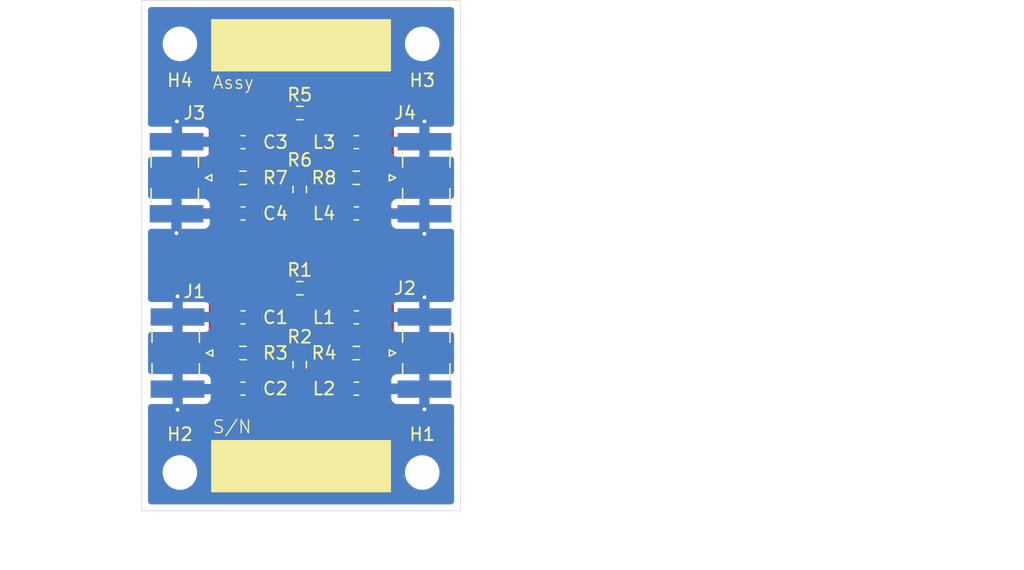
<source format=kicad_pcb>
(kicad_pcb (version 20240108) (generator "pcbnew") (generator_version "8.0")
  (title_block (title "Filtro de preenfasis") (date "2025-01-06") (rev "v1.0") (company "Cotti Nicolas Gabriel") (comment 1 "ncotti@frba.utn.edu.ar"))
  (layers (0 "F.Cu" signal) (31 "B.Cu" signal) (34 "B.Paste" user) (35 "F.Paste" user) (36 "B.SilkS" user "B.Silkscreen") (37 "F.SilkS" user "F.Silkscreen") (38 "B.Mask" user) (39 "F.Mask" user) (44 "Edge.Cuts" user))
  (net 0 "")
  (net 1 "Net-(J1-In)")
  (net 2 "Net-(C1-Pad2)")
  (net 3 "Net-(C2-Pad2)")
  (net 4 "Net-(J1-Ext)")
  (net 5 "Net-(J2-In)")
  (net 6 "Net-(R2-Pad1)")
  (net 7 "Net-(J3-In)")
  (net 8 "Net-(C3-Pad2)")
  (net 9 "Net-(C4-Pad2)")
  (net 10 "Net-(J4-In)")
  (net 11 "Net-(R6-Pad1)")
  (footprint "Inductor_SMD:L_0603_1608Metric_Pad1.05x0.95mm_HandSolder" (layer "F.Cu") (at 116.84 90.424)
    (property "Reference" "L2" (at -2.54 0 0) (layer "F.SilkS"))
    (property "Value" "150nH")
    (fp_line (start -0.171267 -0.51) (end 0.171267 -0.51) (stroke (width 0.12)) (layer "F.SilkS"))
    (fp_line (start -0.171267 0.51) (end 0.171267 0.51) (stroke (width 0.12)) (layer "F.SilkS"))
    (pad "1" smd roundrect (at -0.875 0) (size 1.05 0.95) (layers "F.Cu" "F.Paste" "F.Mask") (net 3 "Net-(C2-Pad2)"))
    (pad "2" smd roundrect (at 0.875 0) (size 1.05 0.95) (layers "F.Cu" "F.Paste" "F.Mask") (net 4 "Net-(J1-Ext)"))
  )
  (footprint "Resistor_SMD:R_0603_1608Metric_Pad0.98x0.95mm_HandSolder" (layer "F.Cu") (at 107.95 73.8905)
    (property "Reference" "R7" (at 2.54 0 0) (layer "F.SilkS"))
    (property "Value" "49.9R")
    (fp_line (start -0.254724 -0.5225) (end 0.254724 -0.5225) (stroke (width 0.12)) (layer "F.SilkS"))
    (fp_line (start -0.254724 0.5225) (end 0.254724 0.5225) (stroke (width 0.12)) (layer "F.SilkS"))
    (pad "1" smd roundrect (at -0.9125 0) (size 0.975 0.95) (layers "F.Cu" "F.Paste" "F.Mask") (net 7 "Net-(J3-In)"))
    (pad "2" smd roundrect (at 0.9125 0) (size 0.975 0.95) (layers "F.Cu" "F.Paste" "F.Mask") (net 11 "Net-(R6-Pad1)"))
  )
  (footprint "MountingHole:MountingHole_2.2mm_M2_ISO7380" (layer "F.Cu") (at 122 63.3905)
    (property "Reference" "H3" (at 0 2.8595 0) (layer "F.SilkS"))
    (property "Value" "M2")
    (pad "" np_thru_hole circle (at 0 0) (size 2.2 2.2) (drill 2.2) (layers "*.Cu" "*.Mask"))
  )
  (footprint "Inductor_SMD:L_0603_1608Metric_Pad1.05x0.95mm_HandSolder" (layer "F.Cu") (at 116.84 84.836)
    (property "Reference" "L1" (at -2.54 0 0) (layer "F.SilkS"))
    (property "Value" "150nH")
    (fp_line (start -0.171267 -0.51) (end 0.171267 -0.51) (stroke (width 0.12)) (layer "F.SilkS"))
    (fp_line (start -0.171267 0.51) (end 0.171267 0.51) (stroke (width 0.12)) (layer "F.SilkS"))
    (pad "1" smd roundrect (at -0.875 0) (size 1.05 0.95) (layers "F.Cu" "F.Paste" "F.Mask") (net 2 "Net-(C1-Pad2)"))
    (pad "2" smd roundrect (at 0.875 0) (size 1.05 0.95) (layers "F.Cu" "F.Paste" "F.Mask") (net 5 "Net-(J2-In)"))
  )
  (footprint "Resistor_SMD:R_0603_1608Metric_Pad0.98x0.95mm_HandSolder" (layer "F.Cu") (at 116.84 73.8905)
    (property "Reference" "R8" (at -2.54 0 0) (layer "F.SilkS"))
    (property "Value" "49.9R")
    (fp_line (start -0.254724 -0.5225) (end 0.254724 -0.5225) (stroke (width 0.12)) (layer "F.SilkS"))
    (fp_line (start -0.254724 0.5225) (end 0.254724 0.5225) (stroke (width 0.12)) (layer "F.SilkS"))
    (pad "1" smd roundrect (at -0.9125 0) (size 0.975 0.95) (layers "F.Cu" "F.Paste" "F.Mask") (net 11 "Net-(R6-Pad1)"))
    (pad "2" smd roundrect (at 0.9125 0) (size 0.975 0.95) (layers "F.Cu" "F.Paste" "F.Mask") (net 10 "Net-(J4-In)"))
  )
  (footprint "Resistor_SMD:R_0603_1608Metric_Pad0.98x0.95mm_HandSolder" (layer "F.Cu") (at 116.84 87.63)
    (property "Reference" "R4" (at -2.54 0 0) (layer "F.SilkS"))
    (property "Value" "49.9R")
    (fp_line (start -0.254724 -0.5225) (end 0.254724 -0.5225) (stroke (width 0.12)) (layer "F.SilkS"))
    (fp_line (start -0.254724 0.5225) (end 0.254724 0.5225) (stroke (width 0.12)) (layer "F.SilkS"))
    (pad "1" smd roundrect (at -0.9125 0) (size 0.975 0.95) (layers "F.Cu" "F.Paste" "F.Mask") (net 6 "Net-(R2-Pad1)"))
    (pad "2" smd roundrect (at 0.9125 0) (size 0.975 0.95) (layers "F.Cu" "F.Paste" "F.Mask") (net 5 "Net-(J2-In)"))
  )
  (footprint "Resistor_SMD:R_0603_1608Metric_Pad0.98x0.95mm_HandSolder" (layer "F.Cu") (at 112.395 88.5425 -90)
    (property "Reference" "R2" (at -2.1825 0 180) (layer "F.SilkS"))
    (property "Value" "3R")
    (fp_line (start -0.254724 0.5225) (end 0.254724 0.5225) (stroke (width 0.12)) (layer "F.SilkS"))
    (fp_line (start -0.254724 -0.5225) (end 0.254724 -0.5225) (stroke (width 0.12)) (layer "F.SilkS"))
    (pad "1" smd roundrect (at -0.9125 0 270) (size 0.975 0.95) (layers "F.Cu" "F.Paste" "F.Mask") (net 6 "Net-(R2-Pad1)"))
    (pad "2" smd roundrect (at 0.9125 0 270) (size 0.975 0.95) (layers "F.Cu" "F.Paste" "F.Mask") (net 3 "Net-(C2-Pad2)"))
  )
  (footprint "MountingHole:MountingHole_2.2mm_M2_ISO7380" (layer "F.Cu") (at 103 63.3905)
    (property "Reference" "H4" (at 0 2.8595 0) (layer "F.SilkS"))
    (property "Value" "M2")
    (pad "" np_thru_hole circle (at 0 0) (size 2.2 2.2) (drill 2.2) (layers "*.Cu" "*.Mask"))
  )
  (footprint "Connector_Coaxial:SMA_Samtec_SMA-J-P-X-ST-EM1_EdgeMount" (layer "F.Cu") (at 102.743 73.8905 -90)
    (property "Reference" "J3" (at -5.08 -1.397 180) (layer "F.SilkS"))
    (property "Value" "SMA H")
    (fp_line (start -1.95 2) (end -0.84 2) (stroke (width 0.12)) (layer "F.SilkS"))
    (fp_line (start 0.84 2) (end 1.95 2) (stroke (width 0.12)) (layer "F.SilkS"))
    (fp_line (start -1.95 -1.71) (end -0.84 -1.71) (stroke (width 0.12)) (layer "F.SilkS"))
    (fp_line (start 0.84 -1.71) (end 1.95 -1.71) (stroke (width 0.12)) (layer "F.SilkS"))
    (fp_line (start 0 -2.26) (end 0.25 -2.76) (stroke (width 0.12)) (layer "F.SilkS"))
    (fp_line (start -0.25 -2.76) (end 0 -2.26) (stroke (width 0.12)) (layer "F.SilkS"))
    (fp_line (start 0.25 -2.76) (end -0.25 -2.76) (stroke (width 0.12)) (layer "F.SilkS"))
    (pad "1" smd rect (at 0 0.2 270) (size 1.27 3.6) (layers "F.Cu" "F.Paste" "F.Mask") (net 7 "Net-(J3-In)"))
    (pad "2" smd rect (at -2.825 0 270) (size 1.35 4.2) (layers "F.Cu" "F.Paste" "F.Mask") (net 4 "Net-(J1-Ext)"))
    (pad "2" smd rect (at -2.825 0 270) (size 1.35 4.2) (layers "B.Cu" "B.Paste" "B.Mask") (net 4 "Net-(J1-Ext)"))
    (pad "2" smd rect (at 2.825 0 270) (size 1.35 4.2) (layers "F.Cu" "F.Paste" "F.Mask") (net 4 "Net-(J1-Ext)"))
    (pad "2" smd rect (at 2.825 0 270) (size 1.35 4.2) (layers "B.Cu" "B.Paste" "B.Mask") (net 4 "Net-(J1-Ext)"))
  )
  (footprint "Capacitor_SMD:C_0603_1608Metric_Pad1.08x0.95mm_HandSolder" (layer "F.Cu") (at 107.95 90.424)
    (property "Reference" "C2" (at 2.54 0 0) (layer "F.SilkS"))
    (property "Value" "62pF")
    (fp_line (start -0.146267 -0.51) (end 0.146267 -0.51) (stroke (width 0.12)) (layer "F.SilkS"))
    (fp_line (start -0.146267 0.51) (end 0.146267 0.51) (stroke (width 0.12)) (layer "F.SilkS"))
    (pad "1" smd roundrect (at -0.8625 0) (size 1.075 0.95) (layers "F.Cu" "F.Paste" "F.Mask") (net 4 "Net-(J1-Ext)"))
    (pad "2" smd roundrect (at 0.8625 0) (size 1.075 0.95) (layers "F.Cu" "F.Paste" "F.Mask") (net 3 "Net-(C2-Pad2)"))
  )
  (footprint "Resistor_SMD:R_0603_1608Metric_Pad0.98x0.95mm_HandSolder" (layer "F.Cu") (at 112.395 82.55)
    (property "Reference" "R1" (at 0 -1.43 0) (layer "F.SilkS"))
    (property "Value" "825R")
    (fp_line (start -0.254724 -0.5225) (end 0.254724 -0.5225) (stroke (width 0.12)) (layer "F.SilkS"))
    (fp_line (start -0.254724 0.5225) (end 0.254724 0.5225) (stroke (width 0.12)) (layer "F.SilkS"))
    (pad "1" smd roundrect (at -0.9125 0) (size 0.975 0.95) (layers "F.Cu" "F.Paste" "F.Mask") (net 1 "Net-(J1-In)"))
    (pad "2" smd roundrect (at 0.9125 0) (size 0.975 0.95) (layers "F.Cu" "F.Paste" "F.Mask") (net 5 "Net-(J2-In)"))
  )
  (footprint "Capacitor_SMD:C_0603_1608Metric_Pad1.08x0.95mm_HandSolder" (layer "F.Cu") (at 107.95 84.836)
    (property "Reference" "C1" (at 2.54 0 0) (layer "F.SilkS"))
    (property "Value" "62pF")
    (fp_line (start -0.146267 -0.51) (end 0.146267 -0.51) (stroke (width 0.12)) (layer "F.SilkS"))
    (fp_line (start -0.146267 0.51) (end 0.146267 0.51) (stroke (width 0.12)) (layer "F.SilkS"))
    (pad "1" smd roundrect (at -0.8625 0) (size 1.075 0.95) (layers "F.Cu" "F.Paste" "F.Mask") (net 1 "Net-(J1-In)"))
    (pad "2" smd roundrect (at 0.8625 0) (size 1.075 0.95) (layers "F.Cu" "F.Paste" "F.Mask") (net 2 "Net-(C1-Pad2)"))
  )
  (footprint "Capacitor_SMD:C_0603_1608Metric_Pad1.08x0.95mm_HandSolder" (layer "F.Cu") (at 107.95 71.0965)
    (property "Reference" "C3" (at 2.54 0 0) (layer "F.SilkS"))
    (property "Value" "62pF")
    (fp_line (start -0.146267 -0.51) (end 0.146267 -0.51) (stroke (width 0.12)) (layer "F.SilkS"))
    (fp_line (start -0.146267 0.51) (end 0.146267 0.51) (stroke (width 0.12)) (layer "F.SilkS"))
    (pad "1" smd roundrect (at -0.8625 0) (size 1.075 0.95) (layers "F.Cu" "F.Paste" "F.Mask") (net 7 "Net-(J3-In)"))
    (pad "2" smd roundrect (at 0.8625 0) (size 1.075 0.95) (layers "F.Cu" "F.Paste" "F.Mask") (net 8 "Net-(C3-Pad2)"))
  )
  (footprint "Inductor_SMD:L_0603_1608Metric_Pad1.05x0.95mm_HandSolder" (layer "F.Cu") (at 116.84 71.0965)
    (property "Reference" "L3" (at -2.54 0 0) (layer "F.SilkS"))
    (property "Value" "150nH")
    (fp_line (start -0.171267 -0.51) (end 0.171267 -0.51) (stroke (width 0.12)) (layer "F.SilkS"))
    (fp_line (start -0.171267 0.51) (end 0.171267 0.51) (stroke (width 0.12)) (layer "F.SilkS"))
    (pad "1" smd roundrect (at -0.875 0) (size 1.05 0.95) (layers "F.Cu" "F.Paste" "F.Mask") (net 8 "Net-(C3-Pad2)"))
    (pad "2" smd roundrect (at 0.875 0) (size 1.05 0.95) (layers "F.Cu" "F.Paste" "F.Mask") (net 10 "Net-(J4-In)"))
  )
  (footprint "Resistor_SMD:R_0603_1608Metric_Pad0.98x0.95mm_HandSolder" (layer "F.Cu") (at 112.395 68.8105)
    (property "Reference" "R5" (at 0 -1.43 0) (layer "F.SilkS"))
    (property "Value" "825R")
    (fp_line (start -0.254724 -0.5225) (end 0.254724 -0.5225) (stroke (width 0.12)) (layer "F.SilkS"))
    (fp_line (start -0.254724 0.5225) (end 0.254724 0.5225) (stroke (width 0.12)) (layer "F.SilkS"))
    (pad "1" smd roundrect (at -0.9125 0) (size 0.975 0.95) (layers "F.Cu" "F.Paste" "F.Mask") (net 7 "Net-(J3-In)"))
    (pad "2" smd roundrect (at 0.9125 0) (size 0.975 0.95) (layers "F.Cu" "F.Paste" "F.Mask") (net 10 "Net-(J4-In)"))
  )
  (footprint "MountingHole:MountingHole_2.2mm_M2_ISO7380" (layer "F.Cu") (at 122 97)
    (property "Reference" "H1" (at 0 -3 0) (layer "F.SilkS"))
    (property "Value" "M2")
    (pad "" np_thru_hole circle (at 0 0) (size 2.2 2.2) (drill 2.2) (layers "*.Cu" "*.Mask"))
  )
  (footprint "Connector_Coaxial:SMA_Samtec_SMA-J-P-X-ST-EM1_EdgeMount" (layer "F.Cu") (at 122.174 87.63 90)
    (property "Reference" "J2" (at 5.08 -1.524 180) (layer "F.SilkS"))
    (property "Value" "SMA H")
    (fp_line (start 0.25 -2.76) (end -0.25 -2.76) (stroke (width 0.12)) (layer "F.SilkS"))
    (fp_line (start -0.25 -2.76) (end 0 -2.26) (stroke (width 0.12)) (layer "F.SilkS"))
    (fp_line (start 0 -2.26) (end 0.25 -2.76) (stroke (width 0.12)) (layer "F.SilkS"))
    (fp_line (start 0.84 -1.71) (end 1.95 -1.71) (stroke (width 0.12)) (layer "F.SilkS"))
    (fp_line (start -1.95 -1.71) (end -0.84 -1.71) (stroke (width 0.12)) (layer "F.SilkS"))
    (fp_line (start 0.84 2) (end 1.95 2) (stroke (width 0.12)) (layer "F.SilkS"))
    (fp_line (start -1.95 2) (end -0.84 2) (stroke (width 0.12)) (layer "F.SilkS"))
    (pad "1" smd rect (at 0 0.2 90) (size 1.27 3.6) (layers "F.Cu" "F.Paste" "F.Mask") (net 5 "Net-(J2-In)"))
    (pad "2" smd rect (at -2.825 0 90) (size 1.35 4.2) (layers "F.Cu" "F.Paste" "F.Mask") (net 4 "Net-(J1-Ext)"))
    (pad "2" smd rect (at -2.825 0 90) (size 1.35 4.2) (layers "B.Cu" "B.Paste" "B.Mask") (net 4 "Net-(J1-Ext)"))
    (pad "2" smd rect (at 2.825 0 90) (size 1.35 4.2) (layers "F.Cu" "F.Paste" "F.Mask") (net 4 "Net-(J1-Ext)"))
    (pad "2" smd rect (at 2.825 0 90) (size 1.35 4.2) (layers "B.Cu" "B.Paste" "B.Mask") (net 4 "Net-(J1-Ext)"))
  )
  (footprint "Resistor_SMD:R_0603_1608Metric_Pad0.98x0.95mm_HandSolder" (layer "F.Cu") (at 112.395 74.803 -90)
    (property "Reference" "R6" (at -2.3095 0 180) (layer "F.SilkS"))
    (property "Value" "3R")
    (fp_line (start -0.254724 0.5225) (end 0.254724 0.5225) (stroke (width 0.12)) (layer "F.SilkS"))
    (fp_line (start -0.254724 -0.5225) (end 0.254724 -0.5225) (stroke (width 0.12)) (layer "F.SilkS"))
    (pad "1" smd roundrect (at -0.9125 0 270) (size 0.975 0.95) (layers "F.Cu" "F.Paste" "F.Mask") (net 11 "Net-(R6-Pad1)"))
    (pad "2" smd roundrect (at 0.9125 0 270) (size 0.975 0.95) (layers "F.Cu" "F.Paste" "F.Mask") (net 9 "Net-(C4-Pad2)"))
  )
  (footprint "Connector_Coaxial:SMA_Samtec_SMA-J-P-X-ST-EM1_EdgeMount" (layer "F.Cu") (at 122.174 73.8905 90)
    (property "Reference" "J4" (at 5.08 -1.524 180) (layer "F.SilkS"))
    (property "Value" "SMA H")
    (fp_line (start 0.25 -2.76) (end -0.25 -2.76) (stroke (width 0.12)) (layer "F.SilkS"))
    (fp_line (start -0.25 -2.76) (end 0 -2.26) (stroke (width 0.12)) (layer "F.SilkS"))
    (fp_line (start 0 -2.26) (end 0.25 -2.76) (stroke (width 0.12)) (layer "F.SilkS"))
    (fp_line (start 0.84 -1.71) (end 1.95 -1.71) (stroke (width 0.12)) (layer "F.SilkS"))
    (fp_line (start -1.95 -1.71) (end -0.84 -1.71) (stroke (width 0.12)) (layer "F.SilkS"))
    (fp_line (start 0.84 2) (end 1.95 2) (stroke (width 0.12)) (layer "F.SilkS"))
    (fp_line (start -1.95 2) (end -0.84 2) (stroke (width 0.12)) (layer "F.SilkS"))
    (pad "1" smd rect (at 0 0.2 90) (size 1.27 3.6) (layers "F.Cu" "F.Paste" "F.Mask") (net 10 "Net-(J4-In)"))
    (pad "2" smd rect (at -2.825 0 90) (size 1.35 4.2) (layers "F.Cu" "F.Paste" "F.Mask") (net 4 "Net-(J1-Ext)"))
    (pad "2" smd rect (at -2.825 0 90) (size 1.35 4.2) (layers "B.Cu" "B.Paste" "B.Mask") (net 4 "Net-(J1-Ext)"))
    (pad "2" smd rect (at 2.825 0 90) (size 1.35 4.2) (layers "F.Cu" "F.Paste" "F.Mask") (net 4 "Net-(J1-Ext)"))
    (pad "2" smd rect (at 2.825 0 90) (size 1.35 4.2) (layers "B.Cu" "B.Paste" "B.Mask") (net 4 "Net-(J1-Ext)"))
  )
  (footprint "Connector_Coaxial:SMA_Samtec_SMA-J-P-X-ST-EM1_EdgeMount" (layer "F.Cu") (at 102.816 87.63 -90)
    (property "Reference" "J1" (at -4.826 -1.324 180) (layer "F.SilkS"))
    (property "Value" "SMA H")
    (fp_line (start -1.95 2) (end -0.84 2) (stroke (width 0.12)) (layer "F.SilkS"))
    (fp_line (start 0.84 2) (end 1.95 2) (stroke (width 0.12)) (layer "F.SilkS"))
    (fp_line (start -1.95 -1.71) (end -0.84 -1.71) (stroke (width 0.12)) (layer "F.SilkS"))
    (fp_line (start 0.84 -1.71) (end 1.95 -1.71) (stroke (width 0.12)) (layer "F.SilkS"))
    (fp_line (start 0 -2.26) (end 0.25 -2.76) (stroke (width 0.12)) (layer "F.SilkS"))
    (fp_line (start -0.25 -2.76) (end 0 -2.26) (stroke (width 0.12)) (layer "F.SilkS"))
    (fp_line (start 0.25 -2.76) (end -0.25 -2.76) (stroke (width 0.12)) (layer "F.SilkS"))
    (pad "1" smd rect (at 0 0.2 270) (size 1.27 3.6) (layers "F.Cu" "F.Paste" "F.Mask") (net 1 "Net-(J1-In)"))
    (pad "2" smd rect (at -2.825 0 270) (size 1.35 4.2) (layers "F.Cu" "F.Paste" "F.Mask") (net 4 "Net-(J1-Ext)"))
    (pad "2" smd rect (at -2.825 0 270) (size 1.35 4.2) (layers "B.Cu" "B.Paste" "B.Mask") (net 4 "Net-(J1-Ext)"))
    (pad "2" smd rect (at 2.825 0 270) (size 1.35 4.2) (layers "F.Cu" "F.Paste" "F.Mask") (net 4 "Net-(J1-Ext)"))
    (pad "2" smd rect (at 2.825 0 270) (size 1.35 4.2) (layers "B.Cu" "B.Paste" "B.Mask") (net 4 "Net-(J1-Ext)"))
  )
  (footprint "MountingHole:MountingHole_2.2mm_M2_ISO7380" (layer "F.Cu") (at 103 97)
    (property "Reference" "H2" (at 0 -3 0) (layer "F.SilkS"))
    (property "Value" "M2")
    (pad "" np_thru_hole circle (at 0 0) (size 2.2 2.2) (drill 2.2) (layers "*.Cu" "*.Mask"))
  )
  (footprint "Capacitor_SMD:C_0603_1608Metric_Pad1.08x0.95mm_HandSolder" (layer "F.Cu") (at 107.95 76.6845)
    (property "Reference" "C4" (at 2.54 0 0) (layer "F.SilkS"))
    (property "Value" "62pF")
    (fp_line (start -0.146267 -0.51) (end 0.146267 -0.51) (stroke (width 0.12)) (layer "F.SilkS"))
    (fp_line (start -0.146267 0.51) (end 0.146267 0.51) (stroke (width 0.12)) (layer "F.SilkS"))
    (pad "1" smd roundrect (at -0.8625 0) (size 1.075 0.95) (layers "F.Cu" "F.Paste" "F.Mask") (net 4 "Net-(J1-Ext)"))
    (pad "2" smd roundrect (at 0.8625 0) (size 1.075 0.95) (layers "F.Cu" "F.Paste" "F.Mask") (net 9 "Net-(C4-Pad2)"))
  )
  (footprint "Resistor_SMD:R_0603_1608Metric_Pad0.98x0.95mm_HandSolder" (layer "F.Cu") (at 107.95 87.63)
    (property "Reference" "R3" (at 2.54 0 0) (layer "F.SilkS"))
    (property "Value" "49.9R")
    (fp_line (start -0.254724 -0.5225) (end 0.254724 -0.5225) (stroke (width 0.12)) (layer "F.SilkS"))
    (fp_line (start -0.254724 0.5225) (end 0.254724 0.5225) (stroke (width 0.12)) (layer "F.SilkS"))
    (pad "1" smd roundrect (at -0.9125 0) (size 0.975 0.95) (layers "F.Cu" "F.Paste" "F.Mask") (net 1 "Net-(J1-In)"))
    (pad "2" smd roundrect (at 0.9125 0) (size 0.975 0.95) (layers "F.Cu" "F.Paste" "F.Mask") (net 6 "Net-(R2-Pad1)"))
  )
  (footprint "Inductor_SMD:L_0603_1608Metric_Pad1.05x0.95mm_HandSolder" (layer "F.Cu") (at 116.84 76.6845)
    (property "Reference" "L4" (at -2.54 0 0) (layer "F.SilkS"))
    (property "Value" "150nH")
    (fp_line (start -0.171267 -0.51) (end 0.171267 -0.51) (stroke (width 0.12)) (layer "F.SilkS"))
    (fp_line (start -0.171267 0.51) (end 0.171267 0.51) (stroke (width 0.12)) (layer "F.SilkS"))
    (pad "1" smd roundrect (at -0.875 0) (size 1.05 0.95) (layers "F.Cu" "F.Paste" "F.Mask") (net 9 "Net-(C4-Pad2)"))
    (pad "2" smd roundrect (at 0.875 0) (size 1.05 0.95) (layers "F.Cu" "F.Paste" "F.Mask") (net 4 "Net-(J1-Ext)"))
  )
  (gr_rect (start 105.5 94.5) (end 119.5 98.5) (stroke (width 0.1)) (fill solid) (layer "F.SilkS"))
  (gr_rect (start 105.5 61.5) (end 119.5 65.5) (stroke (width 0.1)) (fill solid) (layer "F.SilkS"))
  (gr_rect (start 100 60) (end 125 100) (stroke (width 0.05)) (fill none) (layer "Edge.Cuts"))
  (gr_text "Assy" (at 105.5 67 0) (layer "F.SilkS") (effects (font (size 1 1) (thickness 0.1)) (justify left bottom)))
  (gr_text "S/N\n" (at 105.5 94 0) (layer "F.SilkS") (effects (font (size 1 1) (thickness 0.1)) (justify left bottom)))
  (segment (start 105.664 84.836) (end 105.664 83.058) (width 0.8) (layer "F.Cu") (net 1))
  (segment (start 105.664 87.63) (end 107.0375 87.63) (width 0.8) (layer "F.Cu") (net 1))
  (segment (start 106.172 82.55) (end 111.4825 82.55) (width 0.8) (layer "F.Cu") (net 1))
  (segment (start 105.664 83.058) (end 106.172 82.55) (width 0.8) (layer "F.Cu") (net 1))
  (segment (start 102.416 87.63) (end 105.664 87.63) (width 0.8) (layer "F.Cu") (net 1))
  (segment (start 105.664 87.63) (end 105.664 84.836) (width 0.8) (layer "F.Cu") (net 1))
  (segment (start 107.0875 84.836) (end 105.664 84.836) (width 0.8) (layer "F.Cu") (net 1))
  (segment (start 108.8125 84.836) (end 115.965 84.836) (width 0.8) (layer "F.Cu") (net 2))
  (segment (start 112.395 89.455) (end 112.395 90.424) (width 0.8) (layer "F.Cu") (net 3))
  (segment (start 108.8125 90.424) (end 112.395 90.424) (width 0.8) (layer "F.Cu") (net 3))
  (segment (start 112.395 90.424) (end 115.965 90.424) (width 0.8) (layer "F.Cu") (net 3))
  (segment (start 122.174 84.805) (end 122.174 83.2612) (width 0.8) (layer "F.Cu") (net 4))
  (segment (start 102.725 76.7335) (end 102.743 76.7155) (width 0.8) (layer "F.Cu") (net 4))
  (segment (start 102.725 78.232) (end 102.725 76.7335) (width 0.8) (layer "F.Cu") (net 4))
  (segment (start 107.0875 76.6845) (end 102.593 76.6845) (width 0.8) (layer "F.Cu") (net 4))
  (segment (start 122.174 71.0655) (end 122.174 69.469) (width 0.8) (layer "F.Cu") (net 4))
  (segment (start 117.715 76.6845) (end 122.397 76.6845) (width 0.8) (layer "F.Cu") (net 4))
  (segment (start 102.816 92.075) (end 102.816 90.455) (width 0.8) (layer "F.Cu") (net 4))
  (segment (start 117.715 90.424) (end 122.324 90.424) (width 0.8) (layer "F.Cu") (net 4))
  (segment (start 122.397 76.6845) (end 122.428 76.7155) (width 0.8) (layer "F.Cu") (net 4))
  (segment (start 102.7684 69.469) (end 102.7684 71.0401) (width 0.8) (layer "F.Cu") (net 4))
  (segment (start 102.7684 71.0401) (end 102.743 71.0655) (width 0.8) (layer "F.Cu") (net 4))
  (segment (start 102.593 76.6845) (end 102.562 76.7155) (width 0.8) (layer "F.Cu") (net 4))
  (segment (start 122.174 78.2828) (end 122.174 76.7155) (width 0.8) (layer "F.Cu") (net 4))
  (segment (start 122.174 90.455) (end 122.174 92.0496) (width 0.8) (layer "F.Cu") (net 4))
  (segment (start 102.816 83.185) (end 102.816 84.805) (width 0.8) (layer "F.Cu") (net 4))
  (segment (start 107.0565 90.455) (end 107.0875 90.424) (width 0.8) (layer "F.Cu") (net 4))
  (segment (start 102.816 90.455) (end 107.0565 90.455) (width 0.8) (layer "F.Cu") (net 4))
  (via (at 102.816 83.185) (size 0.6) (drill 0.3) (layers "F.Cu" "B.Cu") (net 4))
  (via (at 122.174 92.0496) (size 0.6) (drill 0.3) (layers "F.Cu" "B.Cu") (net 4))
  (via (at 102.7684 69.469) (size 0.6) (drill 0.3) (layers "F.Cu" "B.Cu") (net 4))
  (via (at 122.174 83.2612) (size 0.6) (drill 0.3) (layers "F.Cu" "B.Cu") (net 4))
  (via (at 122.174 69.469) (size 0.6) (drill 0.3) (layers "F.Cu" "B.Cu") (net 4))
  (via (at 102.816 92.075) (size 0.6) (drill 0.3) (layers "F.Cu" "B.Cu") (net 4))
  (via (at 122.174 78.2828) (size 0.6) (drill 0.3) (layers "F.Cu" "B.Cu") (net 4))
  (via (at 102.725 78.232) (size 0.6) (drill 0.3) (layers "F.Cu" "B.Cu") (net 4))
  (segment (start 122.555 87.63) (end 119.38 87.63) (width 0.8) (layer "F.Cu") (net 5))
  (segment (start 119.38 83.058) (end 118.872 82.55) (width 0.8) (layer "F.Cu") (net 5))
  (segment (start 119.38 87.63) (end 117.7525 87.63) (width 0.8) (layer "F.Cu") (net 5))
  (segment (start 118.872 82.55) (end 113.3075 82.55) (width 0.8) (layer "F.Cu") (net 5))
  (segment (start 119.38 84.836) (end 119.38 87.63) (width 0.8) (layer "F.Cu") (net 5))
  (segment (start 119.38 84.836) (end 119.38 83.058) (width 0.8) (layer "F.Cu") (net 5))
  (segment (start 117.715 84.836) (end 119.38 84.836) (width 0.8) (layer "F.Cu") (net 5))
  (segment (start 108.8625 87.63) (end 112.395 87.63) (width 0.8) (layer "F.Cu") (net 6))
  (segment (start 112.395 87.63) (end 115.9275 87.63) (width 0.8) (layer "F.Cu") (net 6))
  (segment (start 102.362 73.8905) (end 105.664 73.8905) (width 0.8) (layer "F.Cu") (net 7))
  (segment (start 106.1955 68.8105) (end 111.4825 68.8105) (width 0.8) (layer "F.Cu") (net 7))
  (segment (start 105.664 73.8905) (end 107.0375 73.8905) (width 0.8) (layer "F.Cu") (net 7))
  (segment (start 105.664 73.8905) (end 105.664 71.0965) (width 0.8) (layer "F.Cu") (net 7))
  (segment (start 111.4825 68.8105) (end 111.506 68.8105) (width 0.8) (layer "F.Cu") (net 7))
  (segment (start 105.664 71.0965) (end 107.0875 71.0965) (width 0.8) (layer "F.Cu") (net 7))
  (segment (start 105.664 71.0965) (end 105.664 69.342) (width 0.8) (layer "F.Cu") (net 7))
  (segment (start 105.664 69.342) (end 106.1955 68.8105) (width 0.8) (layer "F.Cu") (net 7))
  (segment (start 115.965 71.0965) (end 108.8125 71.0965) (width 0.8) (layer "F.Cu") (net 8))
  (segment (start 112.395 76.6845) (end 115.965 76.6845) (width 0.8) (layer "F.Cu") (net 9))
  (segment (start 108.8125 76.6845) (end 112.395 76.6845) (width 0.8) (layer "F.Cu") (net 9))
  (segment (start 112.395 75.7155) (end 112.395 76.6845) (width 0.8) (layer "F.Cu") (net 9))
  (segment (start 119.38 73.8905) (end 117.7525 73.8905) (width 0.8) (layer "F.Cu") (net 10))
  (segment (start 119.38 71.0965) (end 119.38 73.8905) (width 0.8) (layer "F.Cu") (net 10))
  (segment (start 122.628 73.8905) (end 119.38 73.8905) (width 0.8) (layer "F.Cu") (net 10))
  (segment (start 117.715 71.0965) (end 119.38 71.0965) (width 0.8) (layer "F.Cu") (net 10))
  (segment (start 118.872 68.8105) (end 113.3075 68.8105) (width 0.8) (layer "F.Cu") (net 10))
  (segment (start 119.38 69.3185) (end 118.872 68.8105) (width 0.8) (layer "F.Cu") (net 10))
  (segment (start 119.38 71.0965) (end 119.38 69.3185) (width 0.8) (layer "F.Cu") (net 10))
  (segment (start 108.8625 73.8905) (end 115.9275 73.8905) (width 0.8) (layer "F.Cu") (net 11))
  (zone (net 4) (net_name "Net-(J1-Ext)") (layer "B.Cu") (name "gnd") (connect_pads (clearance 0.5)) (min_thickness 0.5) (fill yes (thermal_gap 0.5) (thermal_bridge_width 0.8) (island_removal_mode 1) (island_area_min 10))
    (polygon (pts (xy 100.5 99.5) (xy 100.5 60.5) (xy 124.5 60.5) (xy 124.5 99.5)))
  )
)
</source>
